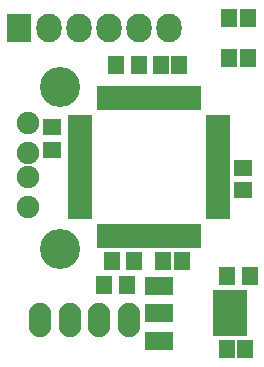
<source format=gbr>
G04 #@! TF.FileFunction,Soldermask,Bot*
%FSLAX46Y46*%
G04 Gerber Fmt 4.6, Leading zero omitted, Abs format (unit mm)*
G04 Created by KiCad (PCBNEW 4.0.1-stable) date 2018/07/04 18:11:44*
%MOMM*%
G01*
G04 APERTURE LIST*
%ADD10C,0.100000*%
%ADD11R,1.600000X1.400000*%
%ADD12R,1.400000X1.600000*%
%ADD13R,2.000000X0.960000*%
%ADD14R,0.960000X2.000000*%
%ADD15R,2.127200X2.432000*%
%ADD16O,2.127200X2.432000*%
%ADD17C,1.901140*%
%ADD18C,3.399740*%
%ADD19R,2.400000X1.600000*%
%ADD20R,2.900000X3.900000*%
%ADD21O,1.900000X2.900000*%
G04 APERTURE END LIST*
D10*
D11*
X140400000Y-101650000D03*
X140400000Y-103530000D03*
X156600000Y-106950000D03*
X156600000Y-105070000D03*
D12*
X145450000Y-113000000D03*
X147330000Y-113000000D03*
X145850000Y-96400000D03*
X147730000Y-96400000D03*
X144850000Y-115000000D03*
X146730000Y-115000000D03*
X155250000Y-114200000D03*
X157130000Y-114200000D03*
D13*
X142750000Y-109000000D03*
X142750000Y-108200000D03*
X142750000Y-107400000D03*
X142750000Y-106600000D03*
X142750000Y-105800000D03*
X142750000Y-105000000D03*
X142750000Y-104200000D03*
X142750000Y-103400000D03*
X142750000Y-102600000D03*
X142750000Y-101800000D03*
X142750000Y-101000000D03*
D14*
X144600000Y-99150000D03*
X145400000Y-99150000D03*
X146200000Y-99150000D03*
X147000000Y-99150000D03*
X147800000Y-99150000D03*
X148600000Y-99150000D03*
X149400000Y-99150000D03*
X150200000Y-99150000D03*
X151000000Y-99150000D03*
X151800000Y-99150000D03*
X152600000Y-99150000D03*
D13*
X154450000Y-101000000D03*
X154450000Y-101800000D03*
X154450000Y-102600000D03*
X154450000Y-103400000D03*
X154450000Y-104200000D03*
X154450000Y-105000000D03*
X154450000Y-105800000D03*
X154450000Y-106600000D03*
X154450000Y-107400000D03*
X154450000Y-108200000D03*
X154450000Y-109000000D03*
D14*
X152600000Y-110850000D03*
X151800000Y-110850000D03*
X151000000Y-110850000D03*
X150200000Y-110850000D03*
X149400000Y-110850000D03*
X148600000Y-110850000D03*
X147800000Y-110850000D03*
X147000000Y-110850000D03*
X146200000Y-110850000D03*
X145400000Y-110850000D03*
X144600000Y-110850000D03*
D15*
X137600000Y-93200000D03*
D16*
X140140000Y-93200000D03*
X142680000Y-93200000D03*
X145220000Y-93200000D03*
X147760000Y-93200000D03*
X150300000Y-93200000D03*
D17*
X138397880Y-101287140D03*
X138397880Y-103827140D03*
X138397880Y-105859140D03*
X138397880Y-108399140D03*
D18*
X141064880Y-98239140D03*
X141064880Y-111955140D03*
D12*
X149620000Y-96400000D03*
X151180000Y-96400000D03*
X156980000Y-92400000D03*
X155420000Y-92400000D03*
X156980000Y-95800000D03*
X155420000Y-95800000D03*
X149820000Y-113000000D03*
X151380000Y-113000000D03*
X155220000Y-120400000D03*
X156780000Y-120400000D03*
D19*
X149500000Y-117400000D03*
X149500000Y-119700000D03*
X149500000Y-115100000D03*
D20*
X155500000Y-117400000D03*
D21*
X139400000Y-118000000D03*
X141900000Y-118000000D03*
X144400000Y-118000000D03*
X146900000Y-118000000D03*
M02*

</source>
